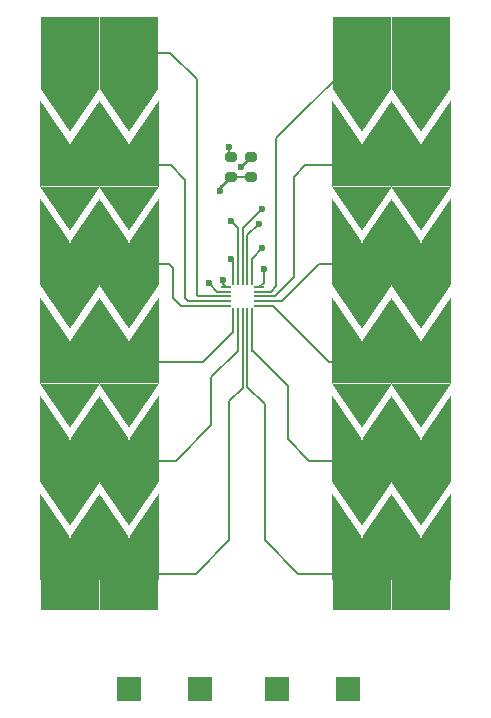
<source format=gbr>
%TF.GenerationSoftware,KiCad,Pcbnew,9.0.0*%
%TF.CreationDate,2025-04-04T14:44:08+08:00*%
%TF.ProjectId,modwheel,6d6f6477-6865-4656-9c2e-6b696361645f,rev?*%
%TF.SameCoordinates,Original*%
%TF.FileFunction,Copper,L1,Top*%
%TF.FilePolarity,Positive*%
%FSLAX46Y46*%
G04 Gerber Fmt 4.6, Leading zero omitted, Abs format (unit mm)*
G04 Created by KiCad (PCBNEW 9.0.0) date 2025-04-04 14:44:08*
%MOMM*%
%LPD*%
G01*
G04 APERTURE LIST*
G04 Aperture macros list*
%AMRoundRect*
0 Rectangle with rounded corners*
0 $1 Rounding radius*
0 $2 $3 $4 $5 $6 $7 $8 $9 X,Y pos of 4 corners*
0 Add a 4 corners polygon primitive as box body*
4,1,4,$2,$3,$4,$5,$6,$7,$8,$9,$2,$3,0*
0 Add four circle primitives for the rounded corners*
1,1,$1+$1,$2,$3*
1,1,$1+$1,$4,$5*
1,1,$1+$1,$6,$7*
1,1,$1+$1,$8,$9*
0 Add four rect primitives between the rounded corners*
20,1,$1+$1,$2,$3,$4,$5,0*
20,1,$1+$1,$4,$5,$6,$7,0*
20,1,$1+$1,$6,$7,$8,$9,0*
20,1,$1+$1,$8,$9,$2,$3,0*%
%AMOutline4P*
0 Free polygon, 4 corners , with rotation*
0 The origin of the aperture is its center*
0 number of corners: always 4*
0 $1 to $8 corner X, Y*
0 $9 Rotation angle, in degrees counterclockwise*
0 create outline with 4 corners*
4,1,4,$1,$2,$3,$4,$5,$6,$7,$8,$1,$2,$9*%
%AMFreePoly0*
4,1,14,0.354215,0.088284,0.450784,-0.008285,0.462500,-0.036569,0.462500,-0.060000,0.450784,-0.088284,0.422500,-0.100000,-0.422500,-0.100000,-0.450784,-0.088284,-0.462500,-0.060000,-0.462500,0.060000,-0.450784,0.088284,-0.422500,0.100000,0.325931,0.100000,0.354215,0.088284,0.354215,0.088284,$1*%
%AMFreePoly1*
4,1,14,0.450784,0.088284,0.462500,0.060000,0.462500,0.036569,0.450784,0.008285,0.354215,-0.088284,0.325931,-0.100000,-0.422500,-0.100000,-0.450784,-0.088284,-0.462500,-0.060000,-0.462500,0.060000,-0.450784,0.088284,-0.422500,0.100000,0.422500,0.100000,0.450784,0.088284,0.450784,0.088284,$1*%
%AMFreePoly2*
4,1,14,0.088284,0.450784,0.100000,0.422500,0.100000,-0.422500,0.088284,-0.450784,0.060000,-0.462500,-0.060000,-0.462500,-0.088284,-0.450784,-0.100000,-0.422500,-0.100000,0.325931,-0.088284,0.354215,0.008285,0.450784,0.036569,0.462500,0.060000,0.462500,0.088284,0.450784,0.088284,0.450784,$1*%
%AMFreePoly3*
4,1,14,-0.008285,0.450784,0.088284,0.354215,0.100000,0.325931,0.100000,-0.422500,0.088284,-0.450784,0.060000,-0.462500,-0.060000,-0.462500,-0.088284,-0.450784,-0.100000,-0.422500,-0.100000,0.422500,-0.088284,0.450784,-0.060000,0.462500,-0.036569,0.462500,-0.008285,0.450784,-0.008285,0.450784,$1*%
%AMFreePoly4*
4,1,14,0.450784,0.088284,0.462500,0.060000,0.462500,-0.060000,0.450784,-0.088284,0.422500,-0.100000,-0.325931,-0.100000,-0.354215,-0.088284,-0.450784,0.008285,-0.462500,0.036569,-0.462500,0.060000,-0.450784,0.088284,-0.422500,0.100000,0.422500,0.100000,0.450784,0.088284,0.450784,0.088284,$1*%
%AMFreePoly5*
4,1,14,0.450784,0.088284,0.462500,0.060000,0.462500,-0.060000,0.450784,-0.088284,0.422500,-0.100000,-0.422500,-0.100000,-0.450784,-0.088284,-0.462500,-0.060000,-0.462500,-0.036569,-0.450784,-0.008285,-0.354215,0.088284,-0.325931,0.100000,0.422500,0.100000,0.450784,0.088284,0.450784,0.088284,$1*%
%AMFreePoly6*
4,1,14,0.088284,0.450784,0.100000,0.422500,0.100000,-0.325931,0.088284,-0.354215,-0.008285,-0.450784,-0.036569,-0.462500,-0.060000,-0.462500,-0.088284,-0.450784,-0.100000,-0.422500,-0.100000,0.422500,-0.088284,0.450784,-0.060000,0.462500,0.060000,0.462500,0.088284,0.450784,0.088284,0.450784,$1*%
%AMFreePoly7*
4,1,14,0.088284,0.450784,0.100000,0.422500,0.100000,-0.422500,0.088284,-0.450784,0.060000,-0.462500,0.036569,-0.462500,0.008285,-0.450784,-0.088284,-0.354215,-0.100000,-0.325931,-0.100000,0.422500,-0.088284,0.450784,-0.060000,0.462500,0.060000,0.462500,0.088284,0.450784,0.088284,0.450784,$1*%
G04 Aperture macros list end*
%TA.AperFunction,SMDPad,CuDef*%
%ADD10RoundRect,0.200000X0.275000X-0.200000X0.275000X0.200000X-0.275000X0.200000X-0.275000X-0.200000X0*%
%TD*%
%TA.AperFunction,SMDPad,CuDef*%
%ADD11FreePoly0,270.000000*%
%TD*%
%TA.AperFunction,SMDPad,CuDef*%
%ADD12RoundRect,0.050000X-0.050000X0.412500X-0.050000X-0.412500X0.050000X-0.412500X0.050000X0.412500X0*%
%TD*%
%TA.AperFunction,SMDPad,CuDef*%
%ADD13FreePoly1,270.000000*%
%TD*%
%TA.AperFunction,SMDPad,CuDef*%
%ADD14FreePoly2,270.000000*%
%TD*%
%TA.AperFunction,SMDPad,CuDef*%
%ADD15RoundRect,0.050000X-0.412500X0.050000X-0.412500X-0.050000X0.412500X-0.050000X0.412500X0.050000X0*%
%TD*%
%TA.AperFunction,SMDPad,CuDef*%
%ADD16FreePoly3,270.000000*%
%TD*%
%TA.AperFunction,SMDPad,CuDef*%
%ADD17FreePoly4,270.000000*%
%TD*%
%TA.AperFunction,SMDPad,CuDef*%
%ADD18FreePoly5,270.000000*%
%TD*%
%TA.AperFunction,SMDPad,CuDef*%
%ADD19FreePoly6,270.000000*%
%TD*%
%TA.AperFunction,SMDPad,CuDef*%
%ADD20FreePoly7,270.000000*%
%TD*%
%TA.AperFunction,SMDPad,CuDef*%
%ADD21R,2.100000X2.000000*%
%TD*%
%TA.AperFunction,SMDPad,CuDef*%
%ADD22R,5.000000X6.111111*%
%TD*%
%TA.AperFunction,SMDPad,CuDef*%
%ADD23Outline4P,0.000000X-1.250000X0.000000X-1.250000X3.666666X1.250000X-3.666666X1.250000X90.000000*%
%TD*%
%TA.AperFunction,SMDPad,CuDef*%
%ADD24Outline4P,-3.666666X-1.250000X3.666666X-1.250000X0.000000X1.250000X0.000000X1.250000X90.000000*%
%TD*%
%TA.AperFunction,SMDPad,CuDef*%
%ADD25Outline4P,-1.833333X0.000000X1.833333X-2.500000X1.833333X2.500000X-1.833333X0.000000X90.000000*%
%TD*%
%TA.AperFunction,SMDPad,CuDef*%
%ADD26R,5.000000X3.666666*%
%TD*%
%TA.AperFunction,SMDPad,CuDef*%
%ADD27R,5.000000X6.111110*%
%TD*%
%TA.AperFunction,ViaPad*%
%ADD28C,0.600000*%
%TD*%
%TA.AperFunction,Conductor*%
%ADD29C,0.200000*%
%TD*%
%TA.AperFunction,Conductor*%
%ADD30C,0.254000*%
%TD*%
%TA.AperFunction,Conductor*%
%ADD31C,0.127000*%
%TD*%
G04 APERTURE END LIST*
D10*
%TO.P,R6,2*%
%TO.N,/SCL*%
X98621750Y-86865000D03*
%TO.P,R6,1*%
%TO.N,+3.3V*%
X98621750Y-88515000D03*
%TD*%
%TO.P,R5,2*%
%TO.N,/SDA*%
X100341750Y-86865000D03*
%TO.P,R5,1*%
%TO.N,+3.3V*%
X100341750Y-88515000D03*
%TD*%
D11*
%TO.P,U1,1,~{IRQ}*%
%TO.N,Net-(U1-~{IRQ})*%
X100445000Y-97252500D03*
D12*
%TO.P,U1,2,SCL*%
%TO.N,/SCL*%
X100045000Y-97252500D03*
%TO.P,U1,3,SDA*%
%TO.N,/SDA*%
X99645000Y-97252500D03*
%TO.P,U1,4,ADDR*%
%TO.N,Net-(U1-ADDR)*%
X99245000Y-97252500D03*
D13*
%TO.P,U1,5,VREG*%
%TO.N,Net-(U1-VREG)*%
X98845000Y-97252500D03*
D14*
%TO.P,U1,6,VSS*%
%TO.N,GND*%
X98257500Y-97840000D03*
D15*
%TO.P,U1,7,REXT*%
%TO.N,Net-(U1-REXT)*%
X98257500Y-98240000D03*
%TO.P,U1,8,ELE0*%
%TO.N,Net-(J1-Pin_6)*%
X98257500Y-98640000D03*
%TO.P,U1,9,ELE1*%
%TO.N,Net-(J1-Pin_5)*%
X98257500Y-99040000D03*
D16*
%TO.P,U1,10,ELE2*%
%TO.N,Net-(J1-Pin_4)*%
X98257500Y-99440000D03*
D17*
%TO.P,U1,11,ELE3*%
%TO.N,Net-(J1-Pin_3)*%
X98845000Y-100027500D03*
D12*
%TO.P,U1,12,LED0/ELE4*%
%TO.N,Net-(J1-Pin_2)*%
X99245000Y-100027500D03*
%TO.P,U1,13,LED1/ELE5*%
%TO.N,Net-(J1-Pin_1)*%
X99645000Y-100027500D03*
%TO.P,U1,14,LED2/ELE6*%
%TO.N,Net-(J2-Pin_1)*%
X100045000Y-100027500D03*
D18*
%TO.P,U1,15,LED3/ELE7*%
%TO.N,Net-(J2-Pin_2)*%
X100445000Y-100027500D03*
D19*
%TO.P,U1,16,LED4/ELE8*%
%TO.N,Net-(J2-Pin_3)*%
X101032500Y-99440000D03*
D15*
%TO.P,U1,17,LED5/ELE9*%
%TO.N,Net-(J2-Pin_4)*%
X101032500Y-99040000D03*
%TO.P,U1,18,LED6/ELE10*%
%TO.N,Net-(J2-Pin_5)*%
X101032500Y-98640000D03*
%TO.P,U1,19,LED7/ELE11*%
%TO.N,Net-(J2-Pin_6)*%
X101032500Y-98240000D03*
D20*
%TO.P,U1,20,VDD*%
%TO.N,+3.3V*%
X101032500Y-97840000D03*
%TD*%
D21*
%TO.P,SW1,1,1*%
%TO.N,GND*%
X102550000Y-131877000D03*
%TO.P,SW1,2,2*%
%TO.N,Net-(J5-Pin_1)*%
X108550000Y-131877000D03*
%TD*%
D22*
%TO.P,J2,1,Pin_1*%
%TO.N,Net-(J2-Pin_1)*%
X109750000Y-122097223D03*
X114750000Y-122097223D03*
D23*
X108500000Y-119041668D03*
D24*
X111000000Y-119041668D03*
D23*
X113500000Y-119041668D03*
D24*
X116000000Y-119041668D03*
D25*
%TO.P,J2,2,Pin_2*%
%TO.N,Net-(J2-Pin_2)*%
X109750000Y-116208334D03*
X114750000Y-116208334D03*
D26*
X109750000Y-112541668D03*
X114750000Y-112541668D03*
D23*
X108500000Y-110708335D03*
D24*
X111000000Y-110708335D03*
D23*
X113500000Y-110708335D03*
D24*
X116000000Y-110708335D03*
D25*
%TO.P,J2,3,Pin_3*%
%TO.N,Net-(J2-Pin_3)*%
X109750000Y-107875001D03*
X114750000Y-107875001D03*
D26*
X109750000Y-104208335D03*
X114750000Y-104208335D03*
D23*
X108500000Y-102375002D03*
D24*
X111000000Y-102375002D03*
D23*
X113500000Y-102375002D03*
D24*
X116000000Y-102375002D03*
D25*
%TO.P,J2,4,Pin_4*%
%TO.N,Net-(J2-Pin_4)*%
X109750000Y-99541668D03*
X114750000Y-99541668D03*
D26*
X109750000Y-95875002D03*
X114750000Y-95875002D03*
D23*
X108500000Y-94041669D03*
D24*
X111000000Y-94041669D03*
D23*
X113500000Y-94041669D03*
D24*
X116000000Y-94041669D03*
D25*
%TO.P,J2,5,Pin_5*%
%TO.N,Net-(J2-Pin_5)*%
X109750000Y-91208335D03*
X114750000Y-91208335D03*
D26*
X109750000Y-87541669D03*
X114750000Y-87541669D03*
D23*
X108500000Y-85708336D03*
D24*
X111000000Y-85708336D03*
D23*
X113500000Y-85708336D03*
D24*
X116000000Y-85708336D03*
D25*
%TO.P,J2,6,Pin_6*%
%TO.N,Net-(J2-Pin_6)*%
X109750000Y-82875002D03*
X114750000Y-82875002D03*
D27*
X109750000Y-77986114D03*
X114750000Y-77986114D03*
%TD*%
D22*
%TO.P,J1,1,Pin_1*%
%TO.N,Net-(J1-Pin_1)*%
X85000000Y-122097223D03*
X90000000Y-122097223D03*
D23*
X83750000Y-119041668D03*
D24*
X86250000Y-119041668D03*
D23*
X88750000Y-119041668D03*
D24*
X91250000Y-119041668D03*
D25*
%TO.P,J1,2,Pin_2*%
%TO.N,Net-(J1-Pin_2)*%
X85000000Y-116208334D03*
X90000000Y-116208334D03*
D26*
X85000000Y-112541668D03*
X90000000Y-112541668D03*
D23*
X83750000Y-110708335D03*
D24*
X86250000Y-110708335D03*
D23*
X88750000Y-110708335D03*
D24*
X91250000Y-110708335D03*
D25*
%TO.P,J1,3,Pin_3*%
%TO.N,Net-(J1-Pin_3)*%
X85000000Y-107875001D03*
X90000000Y-107875001D03*
D26*
X85000000Y-104208335D03*
X90000000Y-104208335D03*
D23*
X83750000Y-102375002D03*
D24*
X86250000Y-102375002D03*
D23*
X88750000Y-102375002D03*
D24*
X91250000Y-102375002D03*
D25*
%TO.P,J1,4,Pin_4*%
%TO.N,Net-(J1-Pin_4)*%
X85000000Y-99541668D03*
X90000000Y-99541668D03*
D26*
X85000000Y-95875002D03*
X90000000Y-95875002D03*
D23*
X83750000Y-94041669D03*
D24*
X86250000Y-94041669D03*
D23*
X88750000Y-94041669D03*
D24*
X91250000Y-94041669D03*
D25*
%TO.P,J1,5,Pin_5*%
%TO.N,Net-(J1-Pin_5)*%
X85000000Y-91208335D03*
X90000000Y-91208335D03*
D26*
X85000000Y-87541669D03*
X90000000Y-87541669D03*
D23*
X83750000Y-85708336D03*
D24*
X86250000Y-85708336D03*
D23*
X88750000Y-85708336D03*
D24*
X91250000Y-85708336D03*
D25*
%TO.P,J1,6,Pin_6*%
%TO.N,Net-(J1-Pin_6)*%
X85000000Y-82875002D03*
X90000000Y-82875002D03*
D27*
X85000000Y-77986114D03*
X90000000Y-77986114D03*
%TD*%
D21*
%TO.P,SW2,1,1*%
%TO.N,GND*%
X90050000Y-131881000D03*
%TO.P,SW2,2,2*%
%TO.N,Net-(J5-Pin_2)*%
X96050000Y-131881000D03*
%TD*%
D28*
%TO.N,/SDA*%
X99500000Y-87650000D03*
%TO.N,/SCL*%
X98500000Y-86000000D03*
%TO.N,+3.3V*%
X97750000Y-89750000D03*
%TO.N,GND*%
X90050000Y-131881000D03*
X98000000Y-97250000D03*
X102550000Y-131877000D03*
%TO.N,+3.3V*%
X101410061Y-96340002D03*
%TO.N,Net-(U1-VREG)*%
X98685061Y-95450006D03*
%TO.N,/SDA*%
X101250000Y-91250000D03*
%TO.N,/SCL*%
X101000000Y-92500000D03*
%TO.N,Net-(U1-REXT)*%
X96750000Y-97500000D03*
%TO.N,Net-(U1-~{IRQ})*%
X101305000Y-94575000D03*
%TO.N,Net-(U1-ADDR)*%
X98650000Y-92250000D03*
%TO.N,Net-(J5-Pin_1)*%
X108550000Y-131877000D03*
%TO.N,Net-(J5-Pin_2)*%
X96050000Y-131881000D03*
%TD*%
D29*
%TO.N,/SCL*%
X98500000Y-86743250D02*
X98621750Y-86865000D01*
X98500000Y-86000000D02*
X98500000Y-86743250D01*
D30*
%TO.N,/SDA*%
X100285000Y-86865000D02*
X100341750Y-86865000D01*
X99500000Y-87650000D02*
X100285000Y-86865000D01*
%TO.N,+3.3V*%
X97750000Y-89386750D02*
X98621750Y-88515000D01*
X97750000Y-89750000D02*
X97750000Y-89386750D01*
D29*
X98621750Y-88515000D02*
X100341750Y-88515000D01*
D31*
%TO.N,GND*%
X98000000Y-97582500D02*
X98000000Y-97250000D01*
X98257500Y-97840000D02*
X98000000Y-97582500D01*
%TO.N,+3.3V*%
X101032500Y-97840000D02*
X101410061Y-97462439D01*
X101410061Y-97462439D02*
X101410061Y-96340002D01*
%TO.N,Net-(U1-VREG)*%
X98845000Y-95609945D02*
X98685061Y-95450006D01*
X98845000Y-97252500D02*
X98845000Y-95609945D01*
%TO.N,Net-(J1-Pin_6)*%
X95750000Y-80250000D02*
X93486114Y-77986114D01*
X95890000Y-98640000D02*
X95750000Y-98500000D01*
X98257500Y-98640000D02*
X95890000Y-98640000D01*
X95750000Y-98500000D02*
X95750000Y-80250000D01*
X93486114Y-77986114D02*
X90000000Y-77986114D01*
%TO.N,Net-(J1-Pin_5)*%
X94750000Y-88750000D02*
X93541669Y-87541669D01*
X98257500Y-99040000D02*
X95040000Y-99040000D01*
X95040000Y-99040000D02*
X94750000Y-98750000D01*
X93541669Y-87541669D02*
X90000000Y-87541669D01*
X94750000Y-98750000D02*
X94750000Y-88750000D01*
%TO.N,Net-(J1-Pin_3)*%
X98845000Y-101655000D02*
X96291665Y-104208335D01*
X96291665Y-104208335D02*
X90000000Y-104208335D01*
X98845000Y-100027500D02*
X98845000Y-101655000D01*
%TO.N,Net-(J1-Pin_4)*%
X93750000Y-96250000D02*
X93750000Y-98750000D01*
X93375002Y-95875002D02*
X93750000Y-96250000D01*
X94440000Y-99440000D02*
X98257500Y-99440000D01*
X90000000Y-95875002D02*
X93375002Y-95875002D01*
X93750000Y-98750000D02*
X94440000Y-99440000D01*
%TO.N,Net-(J1-Pin_1)*%
X99645000Y-100027500D02*
X99645000Y-106355000D01*
X98500000Y-119250000D02*
X95652777Y-122097223D01*
X98500000Y-107500000D02*
X98500000Y-119250000D01*
X99645000Y-106355000D02*
X98500000Y-107500000D01*
X95652777Y-122097223D02*
X90000000Y-122097223D01*
%TO.N,Net-(J1-Pin_2)*%
X93958332Y-112541668D02*
X90000000Y-112541668D01*
X99245000Y-100027500D02*
X99245000Y-103255000D01*
X99245000Y-103255000D02*
X97000000Y-105500000D01*
X97000000Y-105500000D02*
X97000000Y-109500000D01*
X97000000Y-109500000D02*
X93958332Y-112541668D01*
%TO.N,Net-(J2-Pin_6)*%
X102500000Y-85236114D02*
X102500000Y-97750000D01*
X109750000Y-77986114D02*
X102500000Y-85236114D01*
X102010000Y-98240000D02*
X101032500Y-98240000D01*
X102500000Y-97750000D02*
X102010000Y-98240000D01*
%TO.N,Net-(J2-Pin_1)*%
X101500000Y-119250000D02*
X104347223Y-122097223D01*
X101500000Y-107750000D02*
X101500000Y-119250000D01*
X100045000Y-100027500D02*
X100045000Y-106295000D01*
X100045000Y-106295000D02*
X101500000Y-107750000D01*
X104347223Y-122097223D02*
X109750000Y-122097223D01*
%TO.N,Net-(J2-Pin_5)*%
X101032500Y-98640000D02*
X102360000Y-98640000D01*
X104000000Y-88500000D02*
X104958331Y-87541669D01*
X104958331Y-87541669D02*
X109750000Y-87541669D01*
X102360000Y-98640000D02*
X104000000Y-97000000D01*
X104000000Y-97000000D02*
X104000000Y-88500000D01*
%TO.N,Net-(J2-Pin_2)*%
X100500000Y-103250000D02*
X103500000Y-106250000D01*
X103500000Y-106250000D02*
X103500000Y-110750000D01*
X100445000Y-103250000D02*
X100500000Y-103250000D01*
X100445000Y-100027500D02*
X100445000Y-103250000D01*
X103500000Y-110750000D02*
X105291668Y-112541668D01*
X105291668Y-112541668D02*
X109750000Y-112541668D01*
%TO.N,Net-(J2-Pin_3)*%
X101032500Y-99440000D02*
X102190000Y-99440000D01*
X102190000Y-99440000D02*
X106958335Y-104208335D01*
X106958335Y-104208335D02*
X109750000Y-104208335D01*
%TO.N,Net-(J2-Pin_4)*%
X102960000Y-99040000D02*
X101032500Y-99040000D01*
X109750000Y-95875002D02*
X106124998Y-95875002D01*
X106124998Y-95875002D02*
X102960000Y-99040000D01*
%TO.N,/SDA*%
X99645000Y-92855000D02*
X99645000Y-97252500D01*
X101250000Y-91250000D02*
X99645000Y-92855000D01*
%TO.N,/SCL*%
X100045000Y-93455000D02*
X100045000Y-97252500D01*
X101000000Y-92500000D02*
X100045000Y-93455000D01*
%TO.N,Net-(U1-REXT)*%
X98257500Y-98240000D02*
X97490000Y-98240000D01*
X97490000Y-98240000D02*
X96750000Y-97500000D01*
%TO.N,Net-(U1-~{IRQ})*%
X100445000Y-95435000D02*
X101305000Y-94575000D01*
X100445000Y-97252500D02*
X100445000Y-95435000D01*
%TO.N,Net-(U1-ADDR)*%
X99249561Y-97247939D02*
X99249561Y-92849561D01*
X99245000Y-97252500D02*
X99249561Y-97247939D01*
X99249561Y-92849561D02*
X98650000Y-92250000D01*
%TD*%
M02*

</source>
